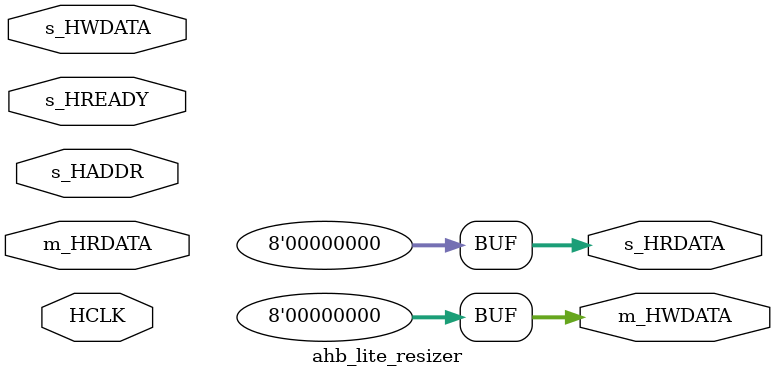
<source format=sv>


module ahb_lite_resizer #(
    parameter  HADDR_WIDTH = 32, // AHB address width
               HDATA_WIDTH = 8,  // AHB bus data width
               DDATA_WIDHT = 8   // AHB device data width
)(
    // common signals
    input                        HCLK,
    // bus side
    input      [HADDR_WIDTH-1:0] s_HADDR,
    input      [HDATA_WIDTH-1:0] s_HWDATA,
    output reg [HDATA_WIDTH-1:0] s_HRDATA,
    input                        s_HREADY,
    // device side
    output reg [DDATA_WIDHT-1:0] m_HWDATA,
    input      [DDATA_WIDHT-1:0] m_HRDATA 
);
    localparam WIDE2NARROW = HDATA_WIDTH > DDATA_WIDHT;
    localparam WIDTH_RATIO = WIDE2NARROW ? HADDR_WIDTH / DDATA_WIDHT : DDATA_WIDHT / HADDR_WIDTH,
               ADDR_L      = WIDE2NARROW ? $clog2(DDATA_WIDHT / 8)   : $clog2(HADDR_WIDTH / 8),
               ADDR_H      = $clog2(WIDTH_RATIO);

    reg [ADDR_H:ADDR_L] sel;
    always_ff @(posedge HCLK)
        if(s_HREADY)
            sel <= s_HADDR [ADDR_H:ADDR_L];

    always_comb begin
        s_HRDATA = '0;
        m_HWDATA = '0;
        
        for(int i=0; i<WIDTH_RATIO; i++) begin

            // wide bus & narrow slave
            if(WIDE2NARROW) begin 
                s_HRDATA [DDATA_WIDHT*i +: DDATA_WIDHT] = m_HRDATA;
                if(sel == i)
                    m_HWDATA = s_HWDATA [DDATA_WIDHT*i +: DDATA_WIDHT];
            end

            // narrow bus & wide slave
            else begin
                m_HWDATA [HADDR_WIDTH*i +: HADDR_WIDTH] = s_HWDATA;
                if(sel == i)
                    s_HRDATA = m_HRDATA [HADDR_WIDTH*i +: HADDR_WIDTH];
            end
        end
    end

endmodule

</source>
